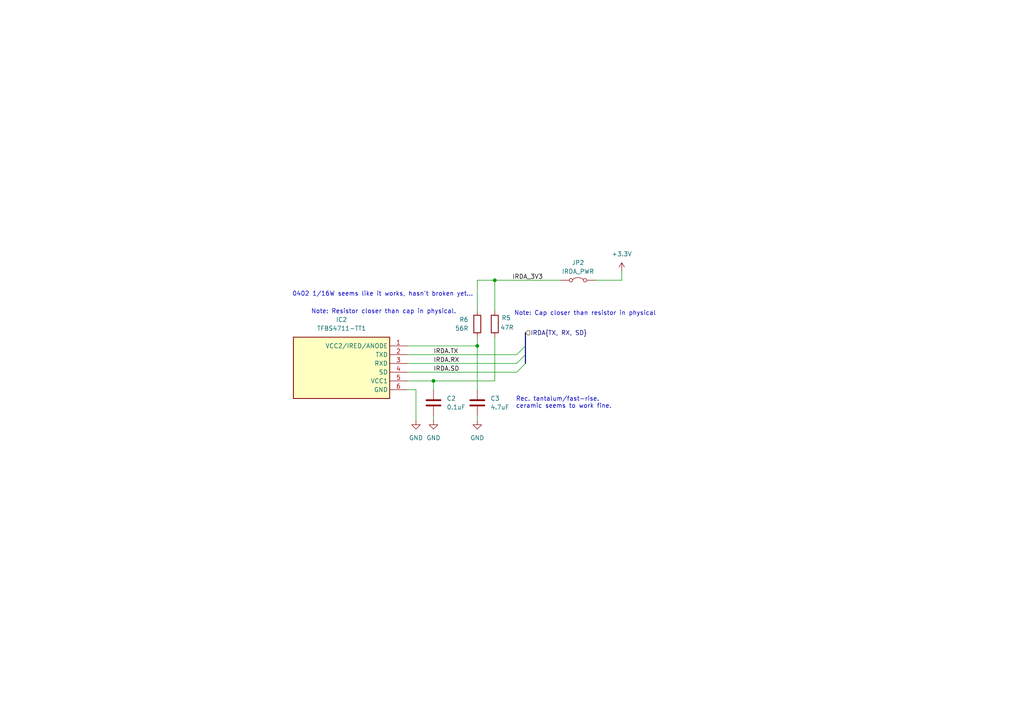
<source format=kicad_sch>
(kicad_sch (version 20250114) (generator "eeschema") (generator_version "9.0")
  (paper "A4")
  (lib_symbols
    (symbol "Device:C" (pin_numbers (hide yes)) (pin_names (offset 0.254))
      (property "Reference" "C" (at 0.635 2.54 0))
      (property "Value" "C" (at 0.635 -2.54 0))
      (symbol "C_0_1"
        (polyline (pts (xy -2.032 0.762) (xy 2.032 0.762)) (stroke (width 0.508)))
        (polyline (pts (xy -2.032 -0.762) (xy 2.032 -0.762)) (stroke (width 0.508)))
      )
      (symbol "C_1_1"
        (pin passive line (at 0 3.81 270) (length 2.794) (name "~") (number "1"))
        (pin passive line (at 0 -3.81 90) (length 2.794) (name "~") (number "2"))
      )
    )
    (symbol "Device:R" (pin_numbers (hide yes)) (pin_names (offset 0))
      (property "Reference" "R" (at 2.032 0 90))
      (property "Value" "R" (at 0 0 90))
      (symbol "R_0_1"
        (rectangle (start -1.016 -2.54) (end 1.016 2.54) (stroke (width 0.254)))
      )
      (symbol "R_1_1"
        (pin passive line (at 0 3.81 270) (length 1.27) (name "~") (number "1"))
        (pin passive line (at 0 -3.81 90) (length 1.27) (name "~") (number "2"))
      )
    )
    (symbol "Jumper:Jumper_2_Bridged" (pin_numbers (hide yes)) (pin_names (offset 0) (hide yes)) (exclude_from_sim yes)
      (property "Reference" "JP" (at 0 1.905 0))
      (property "Value" "Jumper_2_Bridged" (at 0 -2.54 0))
      (symbol "Jumper_2_Bridged_0_0"
        (circle (center -2.032 0) (radius 0.508))
        (circle (center 2.032 0) (radius 0.508))
      )
      (symbol "Jumper_2_Bridged_0_1"
        (arc (start -1.524 0.254) (mid 0 0.762) (end 1.524 0.254))
      )
      (symbol "Jumper_2_Bridged_1_1"
        (pin passive line (at -5.08 0 0) (length 2.54) (name "A") (number "1"))
        (pin passive line (at 5.08 0 180) (length 2.54) (name "B") (number "2"))
      )
    )
    (symbol "SamacSys_Parts:TFBS4711-TT1"
      (property "Reference" "IC" (at 34.29 7.62 0))
      (property "Value" "TFBS4711-TT1" (at 34.29 5.08 0))
      (symbol "TFBS4711-TT1_1_1"
        (rectangle (start 5.08 2.54) (end 33.02 -15.24) (stroke (width 0.254)) (fill (type background)))
        (pin passive line (at 0 0 0) (length 5.08) (name "VCC2/IRED/ANODE") (number "1"))
        (pin passive line (at 0 -2.54 0) (length 5.08) (name "TXD") (number "2"))
        (pin passive line (at 0 -5.08 0) (length 5.08) (name "RXD") (number "3"))
        (pin passive line (at 0 -7.62 0) (length 5.08) (name "SD") (number "4"))
        (pin passive line (at 0 -10.16 0) (length 5.08) (name "VCC1") (number "5"))
        (pin passive line (at 0 -12.7 0) (length 5.08) (name "GND") (number "6"))
      )
    )
    (symbol "power:+3.3V" (power) (pin_numbers (hide yes)) (pin_names (offset 0) (hide yes))
      (property "Value" "+3.3V" (at 0 3.556 0))
      (symbol "+3.3V_0_1"
        (polyline (pts (xy -0.762 1.27) (xy 0 2.54)))
        (polyline (pts (xy 0 2.54) (xy 0.762 1.27)))
        (polyline (pts (xy 0 0) (xy 0 2.54)))
      )
      (symbol "+3.3V_1_1"
        (pin power_in line (at 0 0 90) (length 0) (name "~") (number "1"))
      )
    )
    (symbol "power:GND" (power) (pin_numbers (hide yes)) (pin_names (offset 0) (hide yes))
      (property "Value" "GND" (at 0 -3.81 0))
      (symbol "GND_0_1"
        (polyline (pts (xy 0 0) (xy 0 -1.27) (xy 1.27 -1.27) (xy 0 -2.54) (xy -1.27 -1.27) (xy 0 -1.27)))
      )
      (symbol "GND_1_1"
        (pin power_in line (at 0 0 270) (length 0) (name "~") (number "1"))
      )
    )
  )
  (text "Rec. tantalum/fast-rise.\nceramic seems to work fine." (at 149.606 116.84 0) (effects (font (size 1.27 1.27)) (justify left)))
  (text "0402 1/16W seems like it works, hasn't broken yet..." (at 110.998 85.344 0) (effects (font (size 1.27 1.27))))
  (text "Note: Cap closer than resistor in physical" (at 149.098 90.932 0) (effects (font (size 1.27 1.27)) (justify left)))
  (text "Note: Resistor closer than cap in physical." (at 132.334 90.424 0) (effects (font (size 1.27 1.27)) (justify right)))
  (junction (at 125.73 110.49))
  (junction (at 138.43 100.33))
  (junction (at 143.51 81.28))
  (bus_entry (at 152.4 100.33) (size -2.54 2.54))
  (bus_entry (at 152.4 102.87) (size -2.54 2.54))
  (bus_entry (at 152.4 105.41) (size -2.54 2.54))
  (wire (pts (xy 118.11 107.95) (xy 149.86 107.95)))
  (wire (pts (xy 180.34 81.28) (xy 180.34 78.74)))
  (wire (pts (xy 125.73 110.49) (xy 143.51 110.49)))
  (bus (pts (xy 152.4 100.33) (xy 152.4 102.87)))
  (wire (pts (xy 138.43 97.79) (xy 138.43 100.33)))
  (wire (pts (xy 143.51 81.28) (xy 143.51 90.17)))
  (wire (pts (xy 118.11 105.41) (xy 149.86 105.41)))
  (bus (pts (xy 152.4 102.87) (xy 152.4 105.41)))
  (wire (pts (xy 162.56 81.28) (xy 143.51 81.28)))
  (wire (pts (xy 125.73 113.03) (xy 125.73 110.49)))
  (bus (pts (xy 152.4 100.33) (xy 152.4 96.52)))
  (wire (pts (xy 125.73 120.65) (xy 125.73 121.92)))
  (wire (pts (xy 143.51 81.28) (xy 138.43 81.28)))
  (wire (pts (xy 118.11 100.33) (xy 138.43 100.33)))
  (wire (pts (xy 120.65 113.03) (xy 120.65 121.92)))
  (wire (pts (xy 125.73 110.49) (xy 118.11 110.49)))
  (wire (pts (xy 138.43 81.28) (xy 138.43 90.17)))
  (wire (pts (xy 118.11 113.03) (xy 120.65 113.03)))
  (wire (pts (xy 138.43 100.33) (xy 138.43 113.03)))
  (wire (pts (xy 172.72 81.28) (xy 180.34 81.28)))
  (wire (pts (xy 138.43 120.65) (xy 138.43 121.92)))
  (wire (pts (xy 143.51 97.79) (xy 143.51 110.49)))
  (wire (pts (xy 118.11 102.87) (xy 149.86 102.87)))
  (label "IRDA.TX" (at 125.73 102.87 0))
  (label "IRDA.SD" (at 125.73 107.95 0))
  (label "IRDA_3V3" (at 148.59 81.28 0))
  (label "IRDA.RX" (at 125.73 105.41 0))
  (hierarchical_label "IRDA{TX, RX, SD}" (shape input) (at 152.4 96.52 0))
  (symbol (lib_id "Device:C") (at 138.43 116.84 0) (unit 1)
    (property "Reference" "C3" (at 142.24 115.5699 0) (effects (justify left)))
    (property "Value" "4.7uF" (at 142.24 118.1099 0) (effects (justify left)))
    (property "Footprint" "Capacitor_SMD:C_0603_1608Metric" (effects (hide yes)))
    (property "Description" "Unpolarized capacitor" (effects (hide yes)))
  )
  (symbol (lib_id "power:GND") (at 138.43 121.92 0) (unit 1)
    (property "Reference" "#PWR013" (effects (hide yes)))
    (property "Value" "GND" (at 138.43 127 0))
    (property "Description" "Power symbol creates a global label with name \"GND\" , ground" (effects (hide yes)))
  )
  (symbol (lib_id "SamacSys_Parts:TFBS4711-TT1") (at 118.11 100.33 0) (mirror y) (unit 1)
    (property "Reference" "IC2" (at 99.06 92.71 0))
    (property "Value" "TFBS4711-TT1" (at 99.06 95.25 0))
    (property "Footprint" "SamacSys_Parts:TFBS4711TT1" (effects (hide yes)))
    (property "Datasheet" "https://componentsearchengine.com/Datasheets/1/TFBS4711-TT1.pdf" (effects (hide yes)))
    (property "Description" "TFBS4711-TT1 Vishay, Infrared Transceiver, 900Nm 115.2kbit/s, 8m Range, SMT, 6 x 3.1 x 1.9mm" (effects (hide yes)))
    (property "Height" "2" (effects (hide yes)))
    (property "Mouser Part Number" "782-TFBS4711-TT1" (effects (hide yes)))
    (property "Mouser Price/Stock" "https://www.mouser.co.uk/ProductDetail/Vishay-Semiconductors/TFBS4711-TT1?qs=RzxYCzJDjPXm25NkrmdvHA%3D%3D" (effects (hide yes)))
    (property "Manufacturer_Name" "Vishay" (effects (hide yes)))
    (property "Manufacturer_Part_Number" "TFBS4711-TT1" (effects (hide yes)))
  )
  (symbol (lib_id "Device:R") (at 143.51 93.98 0) (unit 1)
    (property "Reference" "R5" (at 146.812 92.202 0))
    (property "Value" "47R" (at 147.066 94.996 0))
    (property "Footprint" "Resistor_SMD:R_0402_1005Metric" (effects (hide yes)))
    (property "Description" "Resistor" (effects (hide yes)))
  )
  (symbol (lib_id "Device:R") (at 138.43 93.98 0) (mirror y) (unit 1)
    (property "Reference" "R6" (at 135.89 92.7099 0) (effects (justify left)))
    (property "Value" "56R" (at 135.89 95.2499 0) (effects (justify left)))
    (property "Footprint" "Resistor_SMD:R_0402_1005Metric" (effects (hide yes)))
    (property "Description" "Resistor" (effects (hide yes)))
  )
  (symbol (lib_id "power:GND") (at 125.73 121.92 0) (unit 1)
    (property "Reference" "#PWR012" (effects (hide yes)))
    (property "Value" "GND" (at 125.73 127 0))
    (property "Description" "Power symbol creates a global label with name \"GND\" , ground" (effects (hide yes)))
  )
  (symbol (lib_id "power:+3.3V") (at 180.34 78.74 0) (unit 1)
    (property "Reference" "#PWR014" (effects (hide yes)))
    (property "Value" "+3.3V" (at 180.34 73.66 0))
    (property "Description" "Power symbol creates a global label with name \"+3.3V\"" (effects (hide yes)))
  )
  (symbol (lib_id "Jumper:Jumper_2_Bridged") (at 167.64 81.28 0) (unit 1) (exclude_from_sim yes)
    (property "Reference" "JP2" (at 167.64 76.2 0))
    (property "Value" "IRDA_PWR" (at 167.64 78.74 0))
    (property "Footprint" "CustomFootprints:BridgedJumper_P2.54mm" (effects (hide yes)))
    (property "Description" "Jumper, 2-pole, closed/bridged" (effects (hide yes)))
  )
  (symbol (lib_id "Device:C") (at 125.73 116.84 0) (unit 1)
    (property "Reference" "C2" (at 129.54 115.5699 0) (effects (justify left)))
    (property "Value" "0.1uF" (at 129.54 118.1099 0) (effects (justify left)))
    (property "Footprint" "Capacitor_SMD:C_0402_1005Metric" (effects (hide yes)))
    (property "Description" "Unpolarized capacitor" (effects (hide yes)))
  )
  (symbol (lib_id "power:GND") (at 120.65 121.92 0) (unit 1)
    (property "Reference" "#PWR011" (effects (hide yes)))
    (property "Value" "GND" (at 120.65 127 0))
    (property "Description" "Power symbol creates a global label with name \"GND\" , ground" (effects (hide yes)))
  )
)
</source>
